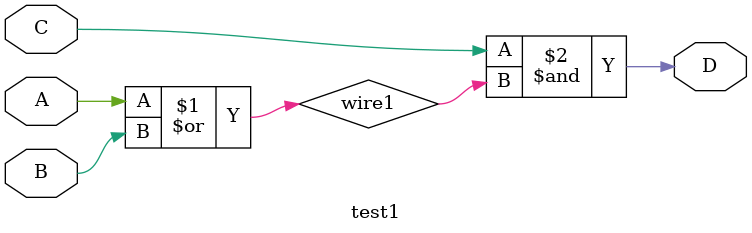
<source format=v>
`timescale 1ns / 1ps


module test1
// begin module

// Define Input / Output ports
   (A,
    B,
    C,
    D);
// Define the ports functionality an
  input wire [0:0]A;
  input wire [0:0]B;
  input wire [0:0]C;
  output wire [0:0]D;
  
// Define internal vires
  wire wire1;
// Logic gates
  or(wire1,A,B);
  and(D,C,wire1);
endmodule

</source>
